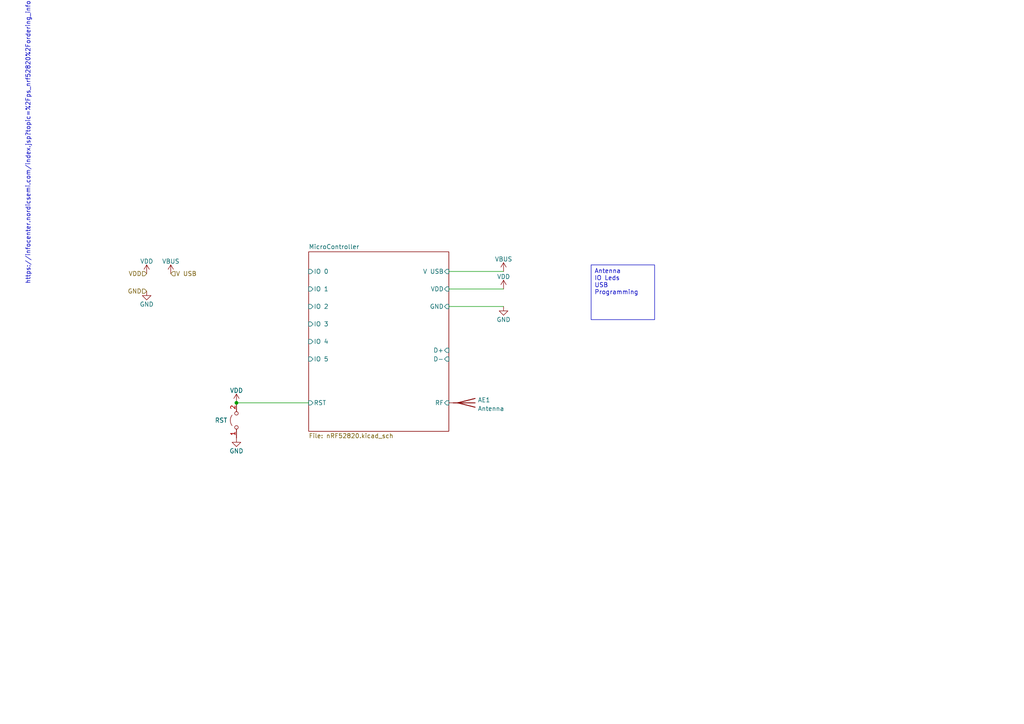
<source format=kicad_sch>
(kicad_sch (version 20230121) (generator eeschema)
  (paper "A4")
  (lib_symbols
    (symbol "Device:Antenna" (pin_numbers hide) (pin_names (offset 1.016) hide)
      (property "Reference" "AE" (at -1.905 1.905 0))
      (property "Value" "Antenna" (at -1.905 0 0))
      (symbol "Antenna_0_1"
        (polyline (pts (xy 0 2.54) (xy 0 -3.81)) (stroke (width 0.254)))
        (polyline (pts (xy 1.27 2.54) (xy 0 -2.54) (xy -1.27 2.54)) (stroke (width 0.254)))
      )
      (symbol "Antenna_1_1"
        (pin input line (at 0 -5.08 90) (length 2.54) (name "A") (number "1"))
      )
    )
    (symbol "Jumper:Jumper_2_Open" (pin_names (offset 0) hide)
      (property "Reference" "JP" (at 0 2.794 0))
      (property "Value" "Jumper_2_Open" (at 0 -2.286 0))
      (symbol "Jumper_2_Open_0_0"
        (circle (center -2.032 0) (radius 0.508))
        (circle (center 2.032 0) (radius 0.508))
      )
      (symbol "Jumper_2_Open_0_1"
        (arc (start 1.524 1.27) (mid 0 1.778) (end -1.524 1.27))
      )
      (symbol "Jumper_2_Open_1_1"
        (pin passive line (at -5.08 0 0) (length 2.54) (name "A") (number "1"))
        (pin passive line (at 5.08 0 180) (length 2.54) (name "B") (number "2"))
      )
    )
    (symbol "power:GND" (power) (pin_names (offset 0))
      (property "Value" "GND" (at 0 -3.81 0))
      (symbol "GND_0_1"
        (polyline (pts (xy 0 0) (xy 0 -1.27) (xy 1.27 -1.27) (xy 0 -2.54) (xy -1.27 -1.27) (xy 0 -1.27)))
      )
      (symbol "GND_1_1"
        (pin power_in line (at 0 0 270) (length 0) hide (name "GND") (number "1"))
      )
    )
    (symbol "power:VBUS" (power) (pin_names (offset 0))
      (property "Value" "VBUS" (at 0 3.81 0))
      (symbol "VBUS_0_1"
        (polyline (pts (xy -0.762 1.27) (xy 0 2.54)))
        (polyline (pts (xy 0 0) (xy 0 2.54)))
        (polyline (pts (xy 0 2.54) (xy 0.762 1.27)))
      )
      (symbol "VBUS_1_1"
        (pin power_in line (at 0 0 90) (length 0) hide (name "VBUS") (number "1"))
      )
    )
    (symbol "power:VDD" (power) (pin_names (offset 0))
      (property "Value" "VDD" (at 0 3.81 0))
      (symbol "VDD_0_1"
        (polyline (pts (xy -0.762 1.27) (xy 0 2.54)))
        (polyline (pts (xy 0 0) (xy 0 2.54)))
        (polyline (pts (xy 0 2.54) (xy 0.762 1.27)))
      )
      (symbol "VDD_1_1"
        (pin power_in line (at 0 0 90) (length 0) hide (name "VDD") (number "1"))
      )
    )
  )
  (junction (at 68.58 116.84))
  (wire (pts (xy 130.175 78.74) (xy 146.05 78.74)))
  (wire (pts (xy 68.58 116.84) (xy 89.535 116.84)))
  (wire (pts (xy 130.175 83.82) (xy 146.05 83.82)))
  (wire (pts (xy 130.175 88.9) (xy 146.05 88.9)))
  (text_box "Antenna\nIO Leds\nUSB Programming\n\n" (at 171.45 76.835 0) (size 18.415 15.875) (effects (font (size 1.27 1.27)) (justify left top)))
  (text "https://infocenter.nordicsemi.com/index.jsp?topic=%2Fps_nrf52820%2Fordering_info.html" (at 8.89 82.55 90) (effects (font (size 1.27 1.27)) (justify left bottom)))
  (hierarchical_label "GND" (shape input) (at 42.545 84.455 180))
  (hierarchical_label "VDD" (shape input) (at 42.545 79.375 180))
  (hierarchical_label "V USB" (shape input) (at 49.53 79.375 0))
  (symbol (lib_id "power:VDD") (at 146.05 83.82 0) (unit 1)
    (property "Reference" "#PWR023" (effects hide))
    (property "Value" "VDD" (at 146.05 80.248 0))
    (instances (project "DisplayU_Sisterboard" (path "" (reference "#PWR023") (unit 1)) (path "" (reference "#PWR043") (unit 1))))
  )
  (symbol (lib_id "power:VDD") (at 68.58 116.84 0) (unit 1)
    (property "Reference" "#PWR023" (effects hide))
    (property "Value" "VDD" (at 68.58 113.268 0))
  )
  (symbol (lib_id "power:GND") (at 42.545 84.455 0) (unit 1)
    (property "Reference" "#PWR024" (effects hide))
    (property "Value" "GND" (at 42.545 88.265 0))
    (instances (project "DisplayU_Sisterboard" (path "" (reference "#PWR024") (unit 1)) (path "" (reference "#PWR026") (unit 1))))
  )
  (symbol (lib_id "power:VBUS") (at 49.53 79.375 0) (unit 1)
    (property "Reference" "#PWR021" (effects hide))
    (property "Value" "VBUS" (at 49.53 75.803 0))
    (instances (project "DisplayU_Sisterboard" (path "" (reference "#PWR021") (unit 1)) (path "" (reference "#PWR027") (unit 1))))
  )
  (symbol (lib_id "Device:Antenna") (at 135.255 116.84 270) (unit 1)
    (property "Reference" "AE1" (at 138.557 116.0152 90) (effects (justify left)))
    (property "Value" "Antenna" (at 138.557 118.5204 90) (effects (justify left)))
  )
  (symbol (lib_id "power:GND") (at 146.05 88.9 0) (unit 1)
    (property "Reference" "#PWR024" (effects hide))
    (property "Value" "GND" (at 146.05 92.71 0))
    (instances (project "DisplayU_Sisterboard" (path "" (reference "#PWR024") (unit 1)) (path "" (reference "#PWR028") (unit 1))))
  )
  (symbol (lib_id "power:VBUS") (at 146.05 78.74 0) (unit 1)
    (property "Reference" "#PWR021" (effects hide))
    (property "Value" "VBUS" (at 146.05 75.168 0))
    (instances (project "DisplayU_Sisterboard" (path "" (reference "#PWR021") (unit 1)) (path "" (reference "#PWR057") (unit 1))))
  )
  (symbol (lib_id "Jumper:Jumper_2_Open") (at 68.58 121.92 90) (unit 1)
    (property "Reference" "RST" (at 64.135 121.92 90))
    (property "Value" "Jumper_2_Open" (effects hide))
    (instances (project "DisplayU_Sisterboard" (path "" (reference "RST") (unit 1)) (path "" (reference "RST1") (unit 1))))
  )
  (symbol (lib_id "power:VDD") (at 42.545 79.375 0) (unit 1)
    (property "Reference" "#PWR023" (effects hide))
    (property "Value" "VDD" (at 42.545 75.803 0))
    (instances (project "DisplayU_Sisterboard" (path "" (reference "#PWR023") (unit 1)) (path "" (reference "#PWR025") (unit 1))))
  )
  (symbol (lib_id "power:GND") (at 68.58 127 0) (unit 1)
    (property "Reference" "#PWR024" (effects hide))
    (property "Value" "GND" (at 68.58 130.81 0))
  )
  (sheet (at 89.535 73.025) (size 40.64 52.07) (stroke (width 0.1524))
    (property "Sheetname" "MicroController" (at 89.535 72.3134 0) (effects (justify left bottom)))
    (property "Sheetfile" "nRF52820.kicad_sch" (at 89.535 125.6796 0) (effects (justify left top)))
    (pin "RF" input (at 130.175 116.84 0))
    (pin "GND" input (at 130.175 88.9 0))
    (pin "VDD" input (at 130.175 83.82 0))
    (pin "D-" input (at 130.175 104.14 0))
    (pin "V USB" input (at 130.175 78.74 0))
    (pin "IO 3" input (at 89.535 93.98 180))
    (pin "IO 4" input (at 89.535 99.06 180))
    (pin "IO 5" input (at 89.535 104.14 180))
    (pin "IO 1" input (at 89.535 83.82 180))
    (pin "IO 0" input (at 89.535 78.74 180))
    (pin "IO 2" input (at 89.535 88.9 180))
    (pin "D+" input (at 130.175 101.6 0))
    (pin "RST" input (at 89.535 116.84 180))
  )
)
</source>
